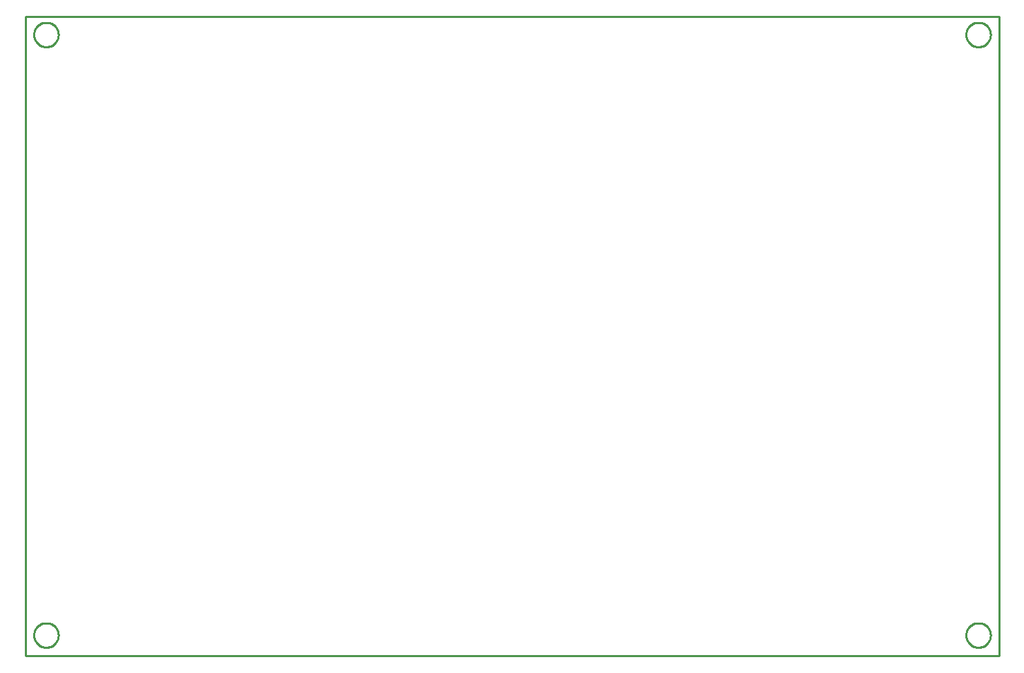
<source format=gbr>
G04 EAGLE Gerber RS-274X export*
G75*
%MOMM*%
%FSLAX34Y34*%
%LPD*%
%IN*%
%IPPOS*%
%AMOC8*
5,1,8,0,0,1.08239X$1,22.5*%
G01*
%ADD10C,0.254000*%


D10*
X0Y0D02*
X1193600Y0D01*
X1193600Y784100D01*
X0Y784100D01*
X0Y0D01*
X40400Y761464D02*
X40324Y760396D01*
X40171Y759335D01*
X39943Y758288D01*
X39641Y757260D01*
X39267Y756256D01*
X38822Y755281D01*
X38308Y754341D01*
X37729Y753440D01*
X37087Y752582D01*
X36385Y751772D01*
X35628Y751015D01*
X34818Y750313D01*
X33960Y749671D01*
X33059Y749092D01*
X32119Y748578D01*
X31144Y748133D01*
X30140Y747759D01*
X29112Y747457D01*
X28065Y747229D01*
X27004Y747076D01*
X25936Y747000D01*
X24864Y747000D01*
X23796Y747076D01*
X22735Y747229D01*
X21688Y747457D01*
X20660Y747759D01*
X19656Y748133D01*
X18681Y748578D01*
X17741Y749092D01*
X16840Y749671D01*
X15982Y750313D01*
X15172Y751015D01*
X14415Y751772D01*
X13713Y752582D01*
X13071Y753440D01*
X12492Y754341D01*
X11978Y755281D01*
X11533Y756256D01*
X11159Y757260D01*
X10857Y758288D01*
X10629Y759335D01*
X10476Y760396D01*
X10400Y761464D01*
X10400Y762536D01*
X10476Y763604D01*
X10629Y764665D01*
X10857Y765712D01*
X11159Y766740D01*
X11533Y767744D01*
X11978Y768719D01*
X12492Y769659D01*
X13071Y770560D01*
X13713Y771418D01*
X14415Y772228D01*
X15172Y772985D01*
X15982Y773687D01*
X16840Y774329D01*
X17741Y774908D01*
X18681Y775422D01*
X19656Y775867D01*
X20660Y776241D01*
X21688Y776543D01*
X22735Y776771D01*
X23796Y776924D01*
X24864Y777000D01*
X25936Y777000D01*
X27004Y776924D01*
X28065Y776771D01*
X29112Y776543D01*
X30140Y776241D01*
X31144Y775867D01*
X32119Y775422D01*
X33059Y774908D01*
X33960Y774329D01*
X34818Y773687D01*
X35628Y772985D01*
X36385Y772228D01*
X37087Y771418D01*
X37729Y770560D01*
X38308Y769659D01*
X38822Y768719D01*
X39267Y767744D01*
X39641Y766740D01*
X39943Y765712D01*
X40171Y764665D01*
X40324Y763604D01*
X40400Y762536D01*
X40400Y761464D01*
X1183400Y761464D02*
X1183324Y760396D01*
X1183171Y759335D01*
X1182943Y758288D01*
X1182641Y757260D01*
X1182267Y756256D01*
X1181822Y755281D01*
X1181308Y754341D01*
X1180729Y753440D01*
X1180087Y752582D01*
X1179385Y751772D01*
X1178628Y751015D01*
X1177818Y750313D01*
X1176960Y749671D01*
X1176059Y749092D01*
X1175119Y748578D01*
X1174144Y748133D01*
X1173140Y747759D01*
X1172112Y747457D01*
X1171065Y747229D01*
X1170004Y747076D01*
X1168936Y747000D01*
X1167864Y747000D01*
X1166796Y747076D01*
X1165735Y747229D01*
X1164688Y747457D01*
X1163660Y747759D01*
X1162656Y748133D01*
X1161681Y748578D01*
X1160741Y749092D01*
X1159840Y749671D01*
X1158982Y750313D01*
X1158172Y751015D01*
X1157415Y751772D01*
X1156713Y752582D01*
X1156071Y753440D01*
X1155492Y754341D01*
X1154978Y755281D01*
X1154533Y756256D01*
X1154159Y757260D01*
X1153857Y758288D01*
X1153629Y759335D01*
X1153476Y760396D01*
X1153400Y761464D01*
X1153400Y762536D01*
X1153476Y763604D01*
X1153629Y764665D01*
X1153857Y765712D01*
X1154159Y766740D01*
X1154533Y767744D01*
X1154978Y768719D01*
X1155492Y769659D01*
X1156071Y770560D01*
X1156713Y771418D01*
X1157415Y772228D01*
X1158172Y772985D01*
X1158982Y773687D01*
X1159840Y774329D01*
X1160741Y774908D01*
X1161681Y775422D01*
X1162656Y775867D01*
X1163660Y776241D01*
X1164688Y776543D01*
X1165735Y776771D01*
X1166796Y776924D01*
X1167864Y777000D01*
X1168936Y777000D01*
X1170004Y776924D01*
X1171065Y776771D01*
X1172112Y776543D01*
X1173140Y776241D01*
X1174144Y775867D01*
X1175119Y775422D01*
X1176059Y774908D01*
X1176960Y774329D01*
X1177818Y773687D01*
X1178628Y772985D01*
X1179385Y772228D01*
X1180087Y771418D01*
X1180729Y770560D01*
X1181308Y769659D01*
X1181822Y768719D01*
X1182267Y767744D01*
X1182641Y766740D01*
X1182943Y765712D01*
X1183171Y764665D01*
X1183324Y763604D01*
X1183400Y762536D01*
X1183400Y761464D01*
X1183400Y24864D02*
X1183324Y23796D01*
X1183171Y22735D01*
X1182943Y21688D01*
X1182641Y20660D01*
X1182267Y19656D01*
X1181822Y18681D01*
X1181308Y17741D01*
X1180729Y16840D01*
X1180087Y15982D01*
X1179385Y15172D01*
X1178628Y14415D01*
X1177818Y13713D01*
X1176960Y13071D01*
X1176059Y12492D01*
X1175119Y11978D01*
X1174144Y11533D01*
X1173140Y11159D01*
X1172112Y10857D01*
X1171065Y10629D01*
X1170004Y10476D01*
X1168936Y10400D01*
X1167864Y10400D01*
X1166796Y10476D01*
X1165735Y10629D01*
X1164688Y10857D01*
X1163660Y11159D01*
X1162656Y11533D01*
X1161681Y11978D01*
X1160741Y12492D01*
X1159840Y13071D01*
X1158982Y13713D01*
X1158172Y14415D01*
X1157415Y15172D01*
X1156713Y15982D01*
X1156071Y16840D01*
X1155492Y17741D01*
X1154978Y18681D01*
X1154533Y19656D01*
X1154159Y20660D01*
X1153857Y21688D01*
X1153629Y22735D01*
X1153476Y23796D01*
X1153400Y24864D01*
X1153400Y25936D01*
X1153476Y27004D01*
X1153629Y28065D01*
X1153857Y29112D01*
X1154159Y30140D01*
X1154533Y31144D01*
X1154978Y32119D01*
X1155492Y33059D01*
X1156071Y33960D01*
X1156713Y34818D01*
X1157415Y35628D01*
X1158172Y36385D01*
X1158982Y37087D01*
X1159840Y37729D01*
X1160741Y38308D01*
X1161681Y38822D01*
X1162656Y39267D01*
X1163660Y39641D01*
X1164688Y39943D01*
X1165735Y40171D01*
X1166796Y40324D01*
X1167864Y40400D01*
X1168936Y40400D01*
X1170004Y40324D01*
X1171065Y40171D01*
X1172112Y39943D01*
X1173140Y39641D01*
X1174144Y39267D01*
X1175119Y38822D01*
X1176059Y38308D01*
X1176960Y37729D01*
X1177818Y37087D01*
X1178628Y36385D01*
X1179385Y35628D01*
X1180087Y34818D01*
X1180729Y33960D01*
X1181308Y33059D01*
X1181822Y32119D01*
X1182267Y31144D01*
X1182641Y30140D01*
X1182943Y29112D01*
X1183171Y28065D01*
X1183324Y27004D01*
X1183400Y25936D01*
X1183400Y24864D01*
X40400Y24864D02*
X40324Y23796D01*
X40171Y22735D01*
X39943Y21688D01*
X39641Y20660D01*
X39267Y19656D01*
X38822Y18681D01*
X38308Y17741D01*
X37729Y16840D01*
X37087Y15982D01*
X36385Y15172D01*
X35628Y14415D01*
X34818Y13713D01*
X33960Y13071D01*
X33059Y12492D01*
X32119Y11978D01*
X31144Y11533D01*
X30140Y11159D01*
X29112Y10857D01*
X28065Y10629D01*
X27004Y10476D01*
X25936Y10400D01*
X24864Y10400D01*
X23796Y10476D01*
X22735Y10629D01*
X21688Y10857D01*
X20660Y11159D01*
X19656Y11533D01*
X18681Y11978D01*
X17741Y12492D01*
X16840Y13071D01*
X15982Y13713D01*
X15172Y14415D01*
X14415Y15172D01*
X13713Y15982D01*
X13071Y16840D01*
X12492Y17741D01*
X11978Y18681D01*
X11533Y19656D01*
X11159Y20660D01*
X10857Y21688D01*
X10629Y22735D01*
X10476Y23796D01*
X10400Y24864D01*
X10400Y25936D01*
X10476Y27004D01*
X10629Y28065D01*
X10857Y29112D01*
X11159Y30140D01*
X11533Y31144D01*
X11978Y32119D01*
X12492Y33059D01*
X13071Y33960D01*
X13713Y34818D01*
X14415Y35628D01*
X15172Y36385D01*
X15982Y37087D01*
X16840Y37729D01*
X17741Y38308D01*
X18681Y38822D01*
X19656Y39267D01*
X20660Y39641D01*
X21688Y39943D01*
X22735Y40171D01*
X23796Y40324D01*
X24864Y40400D01*
X25936Y40400D01*
X27004Y40324D01*
X28065Y40171D01*
X29112Y39943D01*
X30140Y39641D01*
X31144Y39267D01*
X32119Y38822D01*
X33059Y38308D01*
X33960Y37729D01*
X34818Y37087D01*
X35628Y36385D01*
X36385Y35628D01*
X37087Y34818D01*
X37729Y33960D01*
X38308Y33059D01*
X38822Y32119D01*
X39267Y31144D01*
X39641Y30140D01*
X39943Y29112D01*
X40171Y28065D01*
X40324Y27004D01*
X40400Y25936D01*
X40400Y24864D01*
M02*

</source>
